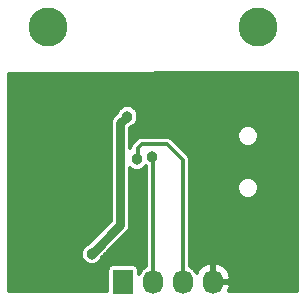
<source format=gbr>
G04 #@! TF.FileFunction,Copper,L2,Bot,Signal*
%FSLAX46Y46*%
G04 Gerber Fmt 4.6, Leading zero omitted, Abs format (unit mm)*
G04 Created by KiCad (PCBNEW 0.201504271001+5626~23~ubuntu14.10.1-product) date Wed 29 Apr 2015 11:06:03 EEST*
%MOMM*%
G01*
G04 APERTURE LIST*
%ADD10C,0.100000*%
%ADD11R,1.727200X2.032000*%
%ADD12O,1.727200X2.032000*%
%ADD13C,3.300000*%
%ADD14C,0.965200*%
%ADD15C,0.304800*%
%ADD16C,0.508000*%
%ADD17C,0.762000*%
G04 APERTURE END LIST*
D10*
D11*
X160020000Y-129540000D03*
D12*
X162560000Y-129540000D03*
X165100000Y-129540000D03*
X167640000Y-129540000D03*
D13*
X153670000Y-107950000D03*
X171450000Y-107950000D03*
D14*
X152654000Y-119964200D03*
X158242000Y-120091200D03*
X165481000Y-118160800D03*
X155321000Y-113360200D03*
X168097200Y-125933200D03*
X173634400Y-125933200D03*
X168097200Y-113207800D03*
X157759400Y-112674400D03*
X162433000Y-118948200D03*
X161213800Y-119176800D03*
X157378400Y-127177800D03*
X160375600Y-115544600D03*
D15*
X152654000Y-114884200D02*
X152654000Y-119964200D01*
X154076400Y-113461800D02*
X152654000Y-114884200D01*
X155219400Y-113461800D02*
X154076400Y-113461800D01*
X155321000Y-113360200D02*
X155219400Y-113461800D01*
X158242000Y-120091200D02*
X158216600Y-120065800D01*
X158216600Y-120065800D02*
X158216600Y-115570000D01*
X158216600Y-115570000D02*
X159486600Y-114300000D01*
X159486600Y-114300000D02*
X161645600Y-114300000D01*
X161645600Y-114300000D02*
X165481000Y-118160800D01*
D16*
X173634400Y-125933200D02*
X168097200Y-125933200D01*
D15*
X158292800Y-113207800D02*
X168097200Y-113207800D01*
X157759400Y-112674400D02*
X158292800Y-113207800D01*
X162560000Y-119075200D02*
X162560000Y-129540000D01*
X162433000Y-118948200D02*
X162560000Y-119075200D01*
X165100000Y-119253000D02*
X165100000Y-129540000D01*
X163703000Y-117856000D02*
X165100000Y-119253000D01*
X161620200Y-117856000D02*
X163703000Y-117856000D01*
X161239200Y-118237000D02*
X161620200Y-117856000D01*
X161239200Y-119151400D02*
X161239200Y-118237000D01*
X161213800Y-119176800D02*
X161239200Y-119151400D01*
D17*
X157378400Y-127177800D02*
X159791400Y-124764800D01*
X159791400Y-124764800D02*
X159791400Y-116128800D01*
X159791400Y-116128800D02*
X160375600Y-115544600D01*
D15*
X174752800Y-111863132D02*
X174752800Y-111863132D01*
X150367200Y-112106972D02*
X174752800Y-112106972D01*
X150367200Y-112350812D02*
X174752800Y-112350812D01*
X150367200Y-112594652D02*
X174752800Y-112594652D01*
X150367200Y-112838492D02*
X174752800Y-112838492D01*
X150367200Y-113082332D02*
X174752800Y-113082332D01*
X150367200Y-113326172D02*
X174752800Y-113326172D01*
X150367200Y-113570012D02*
X174752800Y-113570012D01*
X150367200Y-113813852D02*
X174752800Y-113813852D01*
X150367200Y-114057692D02*
X174752800Y-114057692D01*
X150367200Y-114301532D02*
X174752800Y-114301532D01*
X150367200Y-114545372D02*
X174752800Y-114545372D01*
X150367200Y-114789212D02*
X159802068Y-114789212D01*
X160949448Y-114789212D02*
X174752800Y-114789212D01*
X150367200Y-115033052D02*
X159570412Y-115033052D01*
X161181097Y-115033052D02*
X174752800Y-115033052D01*
X150367200Y-115276892D02*
X159457913Y-115276892D01*
X161281850Y-115276892D02*
X174752800Y-115276892D01*
X150367200Y-115520732D02*
X159214073Y-115520732D01*
X161315422Y-115520732D02*
X174752800Y-115520732D01*
X150367200Y-115764572D02*
X159046044Y-115764572D01*
X161301861Y-115764572D02*
X174752800Y-115764572D01*
X150367200Y-116008412D02*
X158977146Y-116008412D01*
X161200609Y-116008412D02*
X174752800Y-116008412D01*
X150367200Y-116252252D02*
X158953200Y-116252252D01*
X160996952Y-116252252D02*
X174752800Y-116252252D01*
X150367200Y-116496092D02*
X158953200Y-116496092D01*
X160629600Y-116496092D02*
X170001061Y-116496092D01*
X171197288Y-116496092D02*
X174752800Y-116496092D01*
X150367200Y-116739932D02*
X158953200Y-116739932D01*
X160629600Y-116739932D02*
X169800134Y-116739932D01*
X171398256Y-116739932D02*
X174752800Y-116739932D01*
X150367200Y-116983772D02*
X158953200Y-116983772D01*
X160629600Y-116983772D02*
X169698883Y-116983772D01*
X171499008Y-116983772D02*
X174752800Y-116983772D01*
X150367200Y-117227612D02*
X158953200Y-117227612D01*
X160629600Y-117227612D02*
X169692278Y-117227612D01*
X171505839Y-117227612D02*
X171506037Y-117227612D01*
X171506037Y-117227612D02*
X174752800Y-117227612D01*
X150367200Y-117471452D02*
X158953200Y-117471452D01*
X160629600Y-117471452D02*
X161142643Y-117471452D01*
X164180556Y-117471452D02*
X169738240Y-117471452D01*
X171460075Y-117471452D02*
X171506037Y-117471452D01*
X171506037Y-117471452D02*
X174752800Y-117471452D01*
X150367200Y-117715292D02*
X158953200Y-117715292D01*
X160629600Y-117715292D02*
X160898803Y-117715292D01*
X164424396Y-117715292D02*
X169851836Y-117715292D01*
X171346736Y-117715292D02*
X171506037Y-117715292D01*
X171506037Y-117715292D02*
X174752800Y-117715292D01*
X150367200Y-117959132D02*
X158953200Y-117959132D01*
X160629600Y-117959132D02*
X160705793Y-117959132D01*
X164668236Y-117959132D02*
X170110041Y-117959132D01*
X171088863Y-117959132D02*
X171506037Y-117959132D01*
X171506037Y-117959132D02*
X174752800Y-117959132D01*
X150367200Y-118202972D02*
X158953200Y-118202972D01*
X160629600Y-118202972D02*
X160636368Y-118202972D01*
X164912076Y-118202972D02*
X171506037Y-118202972D01*
X171506037Y-118202972D02*
X174752800Y-118202972D01*
X150367200Y-118446812D02*
X158953200Y-118446812D01*
X165155916Y-118446812D02*
X171506037Y-118446812D01*
X171506037Y-118446812D02*
X174752800Y-118446812D01*
X150367200Y-118690652D02*
X158953200Y-118690652D01*
X165399756Y-118690652D02*
X171506037Y-118690652D01*
X171506037Y-118690652D02*
X174752800Y-118690652D01*
X150367200Y-118934492D02*
X158953200Y-118934492D01*
X165606251Y-118934492D02*
X171506037Y-118934492D01*
X171506037Y-118934492D02*
X174752800Y-118934492D01*
X150367200Y-119178332D02*
X158953200Y-119178332D01*
X165694747Y-119178332D02*
X171506037Y-119178332D01*
X171506037Y-119178332D02*
X174752800Y-119178332D01*
X150367200Y-119422172D02*
X158953200Y-119422172D01*
X165709600Y-119422172D02*
X171506037Y-119422172D01*
X171506037Y-119422172D02*
X174752800Y-119422172D01*
X150367200Y-119666012D02*
X158953200Y-119666012D01*
X165709600Y-119666012D02*
X171506037Y-119666012D01*
X171506037Y-119666012D02*
X174752800Y-119666012D01*
X150367200Y-119909852D02*
X158953200Y-119909852D01*
X161809707Y-119909852D02*
X161950400Y-119909852D01*
X165709600Y-119909852D02*
X171506037Y-119909852D01*
X171506037Y-119909852D02*
X174752800Y-119909852D01*
X150367200Y-120153692D02*
X158953200Y-120153692D01*
X160629600Y-120153692D02*
X161950400Y-120153692D01*
X165709600Y-120153692D02*
X171506037Y-120153692D01*
X171506037Y-120153692D02*
X174752800Y-120153692D01*
X150367200Y-120397532D02*
X158953200Y-120397532D01*
X160629600Y-120397532D02*
X161950400Y-120397532D01*
X165709600Y-120397532D02*
X171506037Y-120397532D01*
X171506037Y-120397532D02*
X174752800Y-120397532D01*
X150367200Y-120641372D02*
X158953200Y-120641372D01*
X160629600Y-120641372D02*
X161950400Y-120641372D01*
X165709600Y-120641372D02*
X171506037Y-120641372D01*
X171506037Y-120641372D02*
X174752800Y-120641372D01*
X150367200Y-120885212D02*
X158953200Y-120885212D01*
X160629600Y-120885212D02*
X161950400Y-120885212D01*
X165709600Y-120885212D02*
X170011239Y-120885212D01*
X171187146Y-120885212D02*
X171506037Y-120885212D01*
X171506037Y-120885212D02*
X174752800Y-120885212D01*
X150367200Y-121129052D02*
X158953200Y-121129052D01*
X160629600Y-121129052D02*
X161950400Y-121129052D01*
X165709600Y-121129052D02*
X169804353Y-121129052D01*
X171394058Y-121129052D02*
X171506037Y-121129052D01*
X171506037Y-121129052D02*
X174752800Y-121129052D01*
X150367200Y-121372892D02*
X158953200Y-121372892D01*
X160629600Y-121372892D02*
X161950400Y-121372892D01*
X165709600Y-121372892D02*
X169703102Y-121372892D01*
X171494810Y-121372892D02*
X171506037Y-121372892D01*
X171506037Y-121372892D02*
X174752800Y-121372892D01*
X150367200Y-121616732D02*
X158953200Y-121616732D01*
X160629600Y-121616732D02*
X161950400Y-121616732D01*
X165709600Y-121616732D02*
X169692287Y-121616732D01*
X171505848Y-121616732D02*
X171506037Y-121616732D01*
X171506037Y-121616732D02*
X174752800Y-121616732D01*
X150367200Y-121860572D02*
X158953200Y-121860572D01*
X160629600Y-121860572D02*
X161950400Y-121860572D01*
X165709600Y-121860572D02*
X169734042Y-121860572D01*
X171464294Y-121860572D02*
X171506037Y-121860572D01*
X171506037Y-121860572D02*
X174752800Y-121860572D01*
X150367200Y-122104412D02*
X158953200Y-122104412D01*
X160629600Y-122104412D02*
X161950400Y-122104412D01*
X165709600Y-122104412D02*
X169841694Y-122104412D01*
X171356913Y-122104412D02*
X171506037Y-122104412D01*
X171506037Y-122104412D02*
X174752800Y-122104412D01*
X150367200Y-122348252D02*
X158953200Y-122348252D01*
X160629600Y-122348252D02*
X161950400Y-122348252D01*
X165709600Y-122348252D02*
X170085573Y-122348252D01*
X171112647Y-122348252D02*
X171506037Y-122348252D01*
X171506037Y-122348252D02*
X174752800Y-122348252D01*
X150367200Y-122592092D02*
X158953200Y-122592092D01*
X160629600Y-122592092D02*
X161950400Y-122592092D01*
X165709600Y-122592092D02*
X171506037Y-122592092D01*
X171506037Y-122592092D02*
X174752800Y-122592092D01*
X150367200Y-122835932D02*
X158953200Y-122835932D01*
X160629600Y-122835932D02*
X161950400Y-122835932D01*
X165709600Y-122835932D02*
X171506037Y-122835932D01*
X171506037Y-122835932D02*
X174752800Y-122835932D01*
X150367200Y-123079772D02*
X158953200Y-123079772D01*
X160629600Y-123079772D02*
X161950400Y-123079772D01*
X165709600Y-123079772D02*
X171506037Y-123079772D01*
X171506037Y-123079772D02*
X174752800Y-123079772D01*
X150367200Y-123323612D02*
X158953200Y-123323612D01*
X160629600Y-123323612D02*
X161950400Y-123323612D01*
X165709600Y-123323612D02*
X171506037Y-123323612D01*
X171506037Y-123323612D02*
X174752800Y-123323612D01*
X150367200Y-123567452D02*
X158953200Y-123567452D01*
X160629600Y-123567452D02*
X161950400Y-123567452D01*
X165709600Y-123567452D02*
X171506037Y-123567452D01*
X171506037Y-123567452D02*
X174752800Y-123567452D01*
X150367200Y-123811292D02*
X158953200Y-123811292D01*
X160629600Y-123811292D02*
X161950400Y-123811292D01*
X165709600Y-123811292D02*
X171506037Y-123811292D01*
X171506037Y-123811292D02*
X174752800Y-123811292D01*
X150367200Y-124055132D02*
X158953200Y-124055132D01*
X160629600Y-124055132D02*
X161950400Y-124055132D01*
X165709600Y-124055132D02*
X171506037Y-124055132D01*
X171506037Y-124055132D02*
X174752800Y-124055132D01*
X150367200Y-124298972D02*
X158953200Y-124298972D01*
X160629600Y-124298972D02*
X161950400Y-124298972D01*
X165709600Y-124298972D02*
X171506037Y-124298972D01*
X171506037Y-124298972D02*
X174752800Y-124298972D01*
X150367200Y-124542812D02*
X158827993Y-124542812D01*
X160629600Y-124542812D02*
X161950400Y-124542812D01*
X165709600Y-124542812D02*
X171506037Y-124542812D01*
X171506037Y-124542812D02*
X174752800Y-124542812D01*
X150367200Y-124786652D02*
X158584153Y-124786652D01*
X160625254Y-124786652D02*
X161950400Y-124786652D01*
X165709600Y-124786652D02*
X171506037Y-124786652D01*
X171506037Y-124786652D02*
X174752800Y-124786652D01*
X150367200Y-125030492D02*
X158340313Y-125030492D01*
X160576751Y-125030492D02*
X161950400Y-125030492D01*
X165709600Y-125030492D02*
X171506037Y-125030492D01*
X171506037Y-125030492D02*
X174752800Y-125030492D01*
X150367200Y-125274332D02*
X158096473Y-125274332D01*
X160439667Y-125274332D02*
X161950400Y-125274332D01*
X165709600Y-125274332D02*
X171506037Y-125274332D01*
X171506037Y-125274332D02*
X174752800Y-125274332D01*
X150367200Y-125518172D02*
X157852633Y-125518172D01*
X160223422Y-125518172D02*
X161950400Y-125518172D01*
X165709600Y-125518172D02*
X171506037Y-125518172D01*
X171506037Y-125518172D02*
X174752800Y-125518172D01*
X150367200Y-125762012D02*
X157608793Y-125762012D01*
X159979582Y-125762012D02*
X161950400Y-125762012D01*
X165709600Y-125762012D02*
X171506037Y-125762012D01*
X171506037Y-125762012D02*
X174752800Y-125762012D01*
X150367200Y-126005852D02*
X157364953Y-126005852D01*
X159735742Y-126005852D02*
X161950400Y-126005852D01*
X165709600Y-126005852D02*
X171506037Y-126005852D01*
X171506037Y-126005852D02*
X174752800Y-126005852D01*
X150367200Y-126249692D02*
X157121113Y-126249692D01*
X159491902Y-126249692D02*
X161950400Y-126249692D01*
X165709600Y-126249692D02*
X171506037Y-126249692D01*
X171506037Y-126249692D02*
X174752800Y-126249692D01*
X150367200Y-126493532D02*
X156733623Y-126493532D01*
X159248062Y-126493532D02*
X161950400Y-126493532D01*
X165709600Y-126493532D02*
X171506037Y-126493532D01*
X171506037Y-126493532D02*
X174752800Y-126493532D01*
X150367200Y-126737372D02*
X156543681Y-126737372D01*
X159004222Y-126737372D02*
X161950400Y-126737372D01*
X165709600Y-126737372D02*
X171506037Y-126737372D01*
X171506037Y-126737372D02*
X174752800Y-126737372D01*
X150367200Y-126981212D02*
X156442429Y-126981212D01*
X158760382Y-126981212D02*
X161950400Y-126981212D01*
X165709600Y-126981212D02*
X171506037Y-126981212D01*
X171506037Y-126981212D02*
X174752800Y-126981212D01*
X150367200Y-127225052D02*
X156438558Y-127225052D01*
X158516542Y-127225052D02*
X161950400Y-127225052D01*
X165709600Y-127225052D02*
X171506037Y-127225052D01*
X171506037Y-127225052D02*
X174752800Y-127225052D01*
X150367200Y-127468892D02*
X156481812Y-127468892D01*
X158275129Y-127468892D02*
X161950400Y-127468892D01*
X165709600Y-127468892D02*
X171506037Y-127468892D01*
X171506037Y-127468892D02*
X174752800Y-127468892D01*
X150367200Y-127712732D02*
X156584480Y-127712732D01*
X158172773Y-127712732D02*
X161950400Y-127712732D01*
X165709600Y-127712732D02*
X171506037Y-127712732D01*
X171506037Y-127712732D02*
X174752800Y-127712732D01*
X150367200Y-127956572D02*
X156827895Y-127956572D01*
X157928508Y-127956572D02*
X161950400Y-127956572D01*
X165709600Y-127956572D02*
X167153472Y-127956572D01*
X167401139Y-127956572D02*
X167878860Y-127956572D01*
X168126527Y-127956572D02*
X171506037Y-127956572D01*
X171506037Y-127956572D02*
X174752800Y-127956572D01*
X150367200Y-128200412D02*
X158823386Y-128200412D01*
X161217886Y-128200412D02*
X161950400Y-128200412D01*
X165709600Y-128200412D02*
X166687203Y-128200412D01*
X167538400Y-128200412D02*
X167741600Y-128200412D01*
X168592796Y-128200412D02*
X171506037Y-128200412D01*
X171506037Y-128200412D02*
X174752800Y-128200412D01*
X150367200Y-128444252D02*
X158706235Y-128444252D01*
X161334283Y-128444252D02*
X161613049Y-128444252D01*
X166046950Y-128444252D02*
X166476407Y-128444252D01*
X167538400Y-128444252D02*
X167741600Y-128444252D01*
X168803592Y-128444252D02*
X171506037Y-128444252D01*
X171506037Y-128444252D02*
X174752800Y-128444252D01*
X150367200Y-128688092D02*
X158690243Y-128688092D01*
X161349757Y-128688092D02*
X161450121Y-128688092D01*
X166209878Y-128688092D02*
X166294574Y-128688092D01*
X167538400Y-128688092D02*
X167741600Y-128688092D01*
X168985425Y-128688092D02*
X171506037Y-128688092D01*
X171506037Y-128688092D02*
X174752800Y-128688092D01*
X150367200Y-128931932D02*
X158690243Y-128931932D01*
X167538400Y-128931932D02*
X167741600Y-128931932D01*
X169066270Y-128931932D02*
X171506037Y-128931932D01*
X171506037Y-128931932D02*
X174752800Y-128931932D01*
X150367200Y-129175772D02*
X158690243Y-129175772D01*
X167538400Y-129175772D02*
X167741600Y-129175772D01*
X169147116Y-129175772D02*
X171506037Y-129175772D01*
X171506037Y-129175772D02*
X174752800Y-129175772D01*
X150367200Y-129419612D02*
X158690243Y-129419612D01*
X167538400Y-129419612D02*
X167741600Y-129419612D01*
X169012701Y-129419612D02*
X169154852Y-129419612D01*
X169154852Y-129419612D02*
X171506037Y-129419612D01*
X171506037Y-129419612D02*
X174752800Y-129419612D01*
X150367200Y-129663452D02*
X158690243Y-129663452D01*
X169014675Y-129663452D02*
X169154852Y-129663452D01*
X169154852Y-129663452D02*
X171506037Y-129663452D01*
X171506037Y-129663452D02*
X174752800Y-129663452D01*
X150367200Y-129907292D02*
X158690243Y-129907292D01*
X169146101Y-129907292D02*
X171506037Y-129907292D01*
X171506037Y-129907292D02*
X174752800Y-129907292D01*
X150367200Y-130151132D02*
X158690243Y-130151132D01*
X169065255Y-130151132D02*
X171506037Y-130151132D01*
X171506037Y-130151132D02*
X174752800Y-130151132D01*
X174752800Y-130302800D02*
X171506037Y-130302800D01*
X171506037Y-121400062D01*
X171506037Y-117000782D01*
X171368279Y-116667381D01*
X171113420Y-116412077D01*
X170780261Y-116273738D01*
X170419522Y-116273423D01*
X170086121Y-116411181D01*
X169830817Y-116666040D01*
X169692478Y-116999199D01*
X169692163Y-117359938D01*
X169829921Y-117693339D01*
X170084780Y-117948643D01*
X170417939Y-118086982D01*
X170778678Y-118087297D01*
X171112079Y-117949539D01*
X171367383Y-117694680D01*
X171505722Y-117361521D01*
X171506037Y-117000782D01*
X171506037Y-121400062D01*
X171368279Y-121066661D01*
X171113420Y-120811357D01*
X170780261Y-120673018D01*
X170419522Y-120672703D01*
X170086121Y-120810461D01*
X169830817Y-121065320D01*
X169692478Y-121398479D01*
X169692163Y-121759218D01*
X169829921Y-122092619D01*
X170084780Y-122347923D01*
X170417939Y-122486262D01*
X170778678Y-122486577D01*
X171112079Y-122348819D01*
X171367383Y-122093960D01*
X171505722Y-121760801D01*
X171506037Y-121400062D01*
X171506037Y-130302800D01*
X169014969Y-130302800D01*
X169154852Y-129880896D01*
X169154852Y-129199104D01*
X168967406Y-128633744D01*
X168577875Y-128183152D01*
X168045561Y-127915926D01*
X167978225Y-127901605D01*
X167741600Y-128032503D01*
X167741600Y-129438400D01*
X169000589Y-129438400D01*
X169154852Y-129199104D01*
X169154852Y-129880896D01*
X169000589Y-129641600D01*
X167741600Y-129641600D01*
X167741600Y-129661600D01*
X167538400Y-129661600D01*
X167538400Y-129641600D01*
X167518400Y-129641600D01*
X167518400Y-129438400D01*
X167538400Y-129438400D01*
X167538400Y-128032503D01*
X167301775Y-127901605D01*
X167234439Y-127915926D01*
X166702125Y-128183152D01*
X166312594Y-128633744D01*
X166266486Y-128772811D01*
X166033947Y-128424791D01*
X165709600Y-128208069D01*
X165709600Y-119253000D01*
X165663197Y-119019716D01*
X165531052Y-118821948D01*
X165531052Y-118821947D01*
X164134052Y-117424948D01*
X163936284Y-117292803D01*
X163703000Y-117246400D01*
X161620200Y-117246400D01*
X161386916Y-117292803D01*
X161189147Y-117424948D01*
X160808148Y-117805948D01*
X160676003Y-118003716D01*
X160629600Y-118237000D01*
X160629600Y-116475994D01*
X160662795Y-116442798D01*
X160907259Y-116341788D01*
X161171859Y-116077649D01*
X161315237Y-115732358D01*
X161315563Y-115358482D01*
X161172788Y-115012941D01*
X160908649Y-114748341D01*
X160563358Y-114604963D01*
X160189482Y-114604637D01*
X159843941Y-114747412D01*
X159579341Y-115011551D01*
X159477147Y-115257658D01*
X159198703Y-115536103D01*
X159017004Y-115808034D01*
X158953200Y-116128800D01*
X158953200Y-124417606D01*
X157091204Y-126279601D01*
X156846741Y-126380612D01*
X156582141Y-126644751D01*
X156438763Y-126990042D01*
X156438437Y-127363918D01*
X156581212Y-127709459D01*
X156845351Y-127974059D01*
X157190642Y-128117437D01*
X157564518Y-128117763D01*
X157910059Y-127974988D01*
X158174659Y-127710849D01*
X158276852Y-127464741D01*
X160384097Y-125357497D01*
X160565796Y-125085566D01*
X160565796Y-125085565D01*
X160629600Y-124764800D01*
X160629600Y-119921818D01*
X160680751Y-119973059D01*
X161026042Y-120116437D01*
X161399918Y-120116763D01*
X161745459Y-119973988D01*
X161950400Y-119769404D01*
X161950400Y-128208069D01*
X161626053Y-128424791D01*
X161349757Y-128838298D01*
X161349757Y-128524000D01*
X161315933Y-128349671D01*
X161215285Y-128196452D01*
X161063341Y-128093889D01*
X160883600Y-128057843D01*
X159156400Y-128057843D01*
X158982071Y-128091667D01*
X158828852Y-128192315D01*
X158726289Y-128344259D01*
X158690243Y-128524000D01*
X158690243Y-130302800D01*
X150367200Y-130302800D01*
X150367200Y-129540000D01*
X150367200Y-111936805D01*
X174752800Y-111863132D01*
X174752800Y-129540000D01*
X174752800Y-130302800D01*
M02*

</source>
